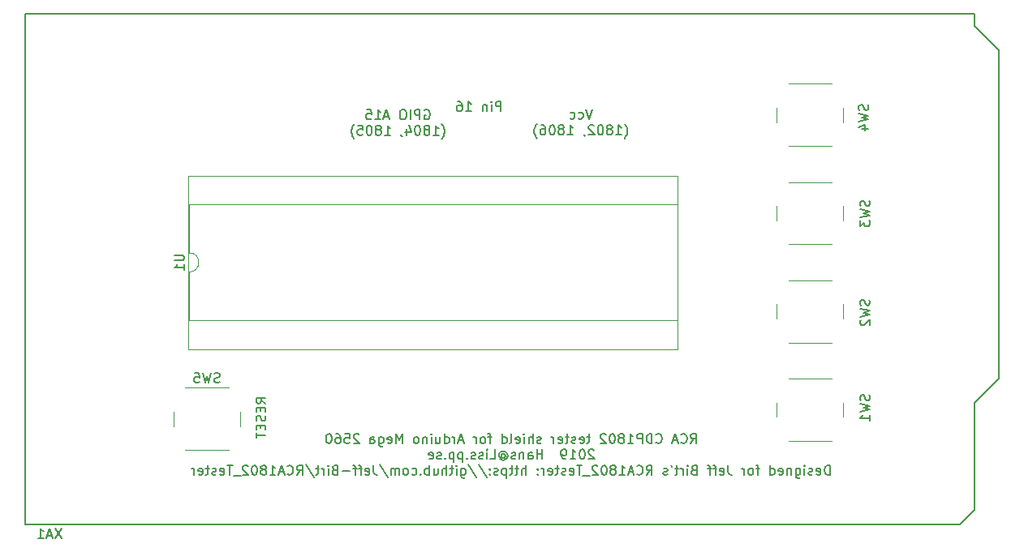
<source format=gbr>
G04 #@! TF.GenerationSoftware,KiCad,Pcbnew,(5.1.5)-2*
G04 #@! TF.CreationDate,2020-03-13T12:58:49+01:00*
G04 #@! TF.ProjectId,CDP1802_Tester,43445031-3830-4325-9f54-65737465722e,rev?*
G04 #@! TF.SameCoordinates,Original*
G04 #@! TF.FileFunction,Legend,Bot*
G04 #@! TF.FilePolarity,Positive*
%FSLAX46Y46*%
G04 Gerber Fmt 4.6, Leading zero omitted, Abs format (unit mm)*
G04 Created by KiCad (PCBNEW (5.1.5)-2) date 2020-03-13 12:58:49*
%MOMM*%
%LPD*%
G04 APERTURE LIST*
%ADD10C,0.150000*%
%ADD11C,0.120000*%
G04 APERTURE END LIST*
D10*
X154750476Y-27827380D02*
X154417142Y-28827380D01*
X154083809Y-27827380D01*
X153321904Y-28779761D02*
X153417142Y-28827380D01*
X153607619Y-28827380D01*
X153702857Y-28779761D01*
X153750476Y-28732142D01*
X153798095Y-28636904D01*
X153798095Y-28351190D01*
X153750476Y-28255952D01*
X153702857Y-28208333D01*
X153607619Y-28160714D01*
X153417142Y-28160714D01*
X153321904Y-28208333D01*
X152464761Y-28779761D02*
X152560000Y-28827380D01*
X152750476Y-28827380D01*
X152845714Y-28779761D01*
X152893333Y-28732142D01*
X152940952Y-28636904D01*
X152940952Y-28351190D01*
X152893333Y-28255952D01*
X152845714Y-28208333D01*
X152750476Y-28160714D01*
X152560000Y-28160714D01*
X152464761Y-28208333D01*
X158131428Y-30858333D02*
X158179047Y-30810714D01*
X158274285Y-30667857D01*
X158321904Y-30572619D01*
X158369523Y-30429761D01*
X158417142Y-30191666D01*
X158417142Y-30001190D01*
X158369523Y-29763095D01*
X158321904Y-29620238D01*
X158274285Y-29525000D01*
X158179047Y-29382142D01*
X158131428Y-29334523D01*
X157226666Y-30477380D02*
X157798095Y-30477380D01*
X157512380Y-30477380D02*
X157512380Y-29477380D01*
X157607619Y-29620238D01*
X157702857Y-29715476D01*
X157798095Y-29763095D01*
X156655238Y-29905952D02*
X156750476Y-29858333D01*
X156798095Y-29810714D01*
X156845714Y-29715476D01*
X156845714Y-29667857D01*
X156798095Y-29572619D01*
X156750476Y-29525000D01*
X156655238Y-29477380D01*
X156464761Y-29477380D01*
X156369523Y-29525000D01*
X156321904Y-29572619D01*
X156274285Y-29667857D01*
X156274285Y-29715476D01*
X156321904Y-29810714D01*
X156369523Y-29858333D01*
X156464761Y-29905952D01*
X156655238Y-29905952D01*
X156750476Y-29953571D01*
X156798095Y-30001190D01*
X156845714Y-30096428D01*
X156845714Y-30286904D01*
X156798095Y-30382142D01*
X156750476Y-30429761D01*
X156655238Y-30477380D01*
X156464761Y-30477380D01*
X156369523Y-30429761D01*
X156321904Y-30382142D01*
X156274285Y-30286904D01*
X156274285Y-30096428D01*
X156321904Y-30001190D01*
X156369523Y-29953571D01*
X156464761Y-29905952D01*
X155655238Y-29477380D02*
X155560000Y-29477380D01*
X155464761Y-29525000D01*
X155417142Y-29572619D01*
X155369523Y-29667857D01*
X155321904Y-29858333D01*
X155321904Y-30096428D01*
X155369523Y-30286904D01*
X155417142Y-30382142D01*
X155464761Y-30429761D01*
X155560000Y-30477380D01*
X155655238Y-30477380D01*
X155750476Y-30429761D01*
X155798095Y-30382142D01*
X155845714Y-30286904D01*
X155893333Y-30096428D01*
X155893333Y-29858333D01*
X155845714Y-29667857D01*
X155798095Y-29572619D01*
X155750476Y-29525000D01*
X155655238Y-29477380D01*
X154940952Y-29572619D02*
X154893333Y-29525000D01*
X154798095Y-29477380D01*
X154560000Y-29477380D01*
X154464761Y-29525000D01*
X154417142Y-29572619D01*
X154369523Y-29667857D01*
X154369523Y-29763095D01*
X154417142Y-29905952D01*
X154988571Y-30477380D01*
X154369523Y-30477380D01*
X153893333Y-30429761D02*
X153893333Y-30477380D01*
X153940952Y-30572619D01*
X153988571Y-30620238D01*
X152179047Y-30477380D02*
X152750476Y-30477380D01*
X152464761Y-30477380D02*
X152464761Y-29477380D01*
X152560000Y-29620238D01*
X152655238Y-29715476D01*
X152750476Y-29763095D01*
X151607619Y-29905952D02*
X151702857Y-29858333D01*
X151750476Y-29810714D01*
X151798095Y-29715476D01*
X151798095Y-29667857D01*
X151750476Y-29572619D01*
X151702857Y-29525000D01*
X151607619Y-29477380D01*
X151417142Y-29477380D01*
X151321904Y-29525000D01*
X151274285Y-29572619D01*
X151226666Y-29667857D01*
X151226666Y-29715476D01*
X151274285Y-29810714D01*
X151321904Y-29858333D01*
X151417142Y-29905952D01*
X151607619Y-29905952D01*
X151702857Y-29953571D01*
X151750476Y-30001190D01*
X151798095Y-30096428D01*
X151798095Y-30286904D01*
X151750476Y-30382142D01*
X151702857Y-30429761D01*
X151607619Y-30477380D01*
X151417142Y-30477380D01*
X151321904Y-30429761D01*
X151274285Y-30382142D01*
X151226666Y-30286904D01*
X151226666Y-30096428D01*
X151274285Y-30001190D01*
X151321904Y-29953571D01*
X151417142Y-29905952D01*
X150607619Y-29477380D02*
X150512380Y-29477380D01*
X150417142Y-29525000D01*
X150369523Y-29572619D01*
X150321904Y-29667857D01*
X150274285Y-29858333D01*
X150274285Y-30096428D01*
X150321904Y-30286904D01*
X150369523Y-30382142D01*
X150417142Y-30429761D01*
X150512380Y-30477380D01*
X150607619Y-30477380D01*
X150702857Y-30429761D01*
X150750476Y-30382142D01*
X150798095Y-30286904D01*
X150845714Y-30096428D01*
X150845714Y-29858333D01*
X150798095Y-29667857D01*
X150750476Y-29572619D01*
X150702857Y-29525000D01*
X150607619Y-29477380D01*
X149417142Y-29477380D02*
X149607619Y-29477380D01*
X149702857Y-29525000D01*
X149750476Y-29572619D01*
X149845714Y-29715476D01*
X149893333Y-29905952D01*
X149893333Y-30286904D01*
X149845714Y-30382142D01*
X149798095Y-30429761D01*
X149702857Y-30477380D01*
X149512380Y-30477380D01*
X149417142Y-30429761D01*
X149369523Y-30382142D01*
X149321904Y-30286904D01*
X149321904Y-30048809D01*
X149369523Y-29953571D01*
X149417142Y-29905952D01*
X149512380Y-29858333D01*
X149702857Y-29858333D01*
X149798095Y-29905952D01*
X149845714Y-29953571D01*
X149893333Y-30048809D01*
X148988571Y-30858333D02*
X148940952Y-30810714D01*
X148845714Y-30667857D01*
X148798095Y-30572619D01*
X148750476Y-30429761D01*
X148702857Y-30191666D01*
X148702857Y-30001190D01*
X148750476Y-29763095D01*
X148798095Y-29620238D01*
X148845714Y-29525000D01*
X148940952Y-29382142D01*
X148988571Y-29334523D01*
X137241904Y-27925000D02*
X137337142Y-27877380D01*
X137480000Y-27877380D01*
X137622857Y-27925000D01*
X137718095Y-28020238D01*
X137765714Y-28115476D01*
X137813333Y-28305952D01*
X137813333Y-28448809D01*
X137765714Y-28639285D01*
X137718095Y-28734523D01*
X137622857Y-28829761D01*
X137480000Y-28877380D01*
X137384761Y-28877380D01*
X137241904Y-28829761D01*
X137194285Y-28782142D01*
X137194285Y-28448809D01*
X137384761Y-28448809D01*
X136765714Y-28877380D02*
X136765714Y-27877380D01*
X136384761Y-27877380D01*
X136289523Y-27925000D01*
X136241904Y-27972619D01*
X136194285Y-28067857D01*
X136194285Y-28210714D01*
X136241904Y-28305952D01*
X136289523Y-28353571D01*
X136384761Y-28401190D01*
X136765714Y-28401190D01*
X135765714Y-28877380D02*
X135765714Y-27877380D01*
X135099047Y-27877380D02*
X134908571Y-27877380D01*
X134813333Y-27925000D01*
X134718095Y-28020238D01*
X134670476Y-28210714D01*
X134670476Y-28544047D01*
X134718095Y-28734523D01*
X134813333Y-28829761D01*
X134908571Y-28877380D01*
X135099047Y-28877380D01*
X135194285Y-28829761D01*
X135289523Y-28734523D01*
X135337142Y-28544047D01*
X135337142Y-28210714D01*
X135289523Y-28020238D01*
X135194285Y-27925000D01*
X135099047Y-27877380D01*
X133527619Y-28591666D02*
X133051428Y-28591666D01*
X133622857Y-28877380D02*
X133289523Y-27877380D01*
X132956190Y-28877380D01*
X132099047Y-28877380D02*
X132670476Y-28877380D01*
X132384761Y-28877380D02*
X132384761Y-27877380D01*
X132480000Y-28020238D01*
X132575238Y-28115476D01*
X132670476Y-28163095D01*
X131194285Y-27877380D02*
X131670476Y-27877380D01*
X131718095Y-28353571D01*
X131670476Y-28305952D01*
X131575238Y-28258333D01*
X131337142Y-28258333D01*
X131241904Y-28305952D01*
X131194285Y-28353571D01*
X131146666Y-28448809D01*
X131146666Y-28686904D01*
X131194285Y-28782142D01*
X131241904Y-28829761D01*
X131337142Y-28877380D01*
X131575238Y-28877380D01*
X131670476Y-28829761D01*
X131718095Y-28782142D01*
X139051428Y-30908333D02*
X139099047Y-30860714D01*
X139194285Y-30717857D01*
X139241904Y-30622619D01*
X139289523Y-30479761D01*
X139337142Y-30241666D01*
X139337142Y-30051190D01*
X139289523Y-29813095D01*
X139241904Y-29670238D01*
X139194285Y-29575000D01*
X139099047Y-29432142D01*
X139051428Y-29384523D01*
X138146666Y-30527380D02*
X138718095Y-30527380D01*
X138432380Y-30527380D02*
X138432380Y-29527380D01*
X138527619Y-29670238D01*
X138622857Y-29765476D01*
X138718095Y-29813095D01*
X137575238Y-29955952D02*
X137670476Y-29908333D01*
X137718095Y-29860714D01*
X137765714Y-29765476D01*
X137765714Y-29717857D01*
X137718095Y-29622619D01*
X137670476Y-29575000D01*
X137575238Y-29527380D01*
X137384761Y-29527380D01*
X137289523Y-29575000D01*
X137241904Y-29622619D01*
X137194285Y-29717857D01*
X137194285Y-29765476D01*
X137241904Y-29860714D01*
X137289523Y-29908333D01*
X137384761Y-29955952D01*
X137575238Y-29955952D01*
X137670476Y-30003571D01*
X137718095Y-30051190D01*
X137765714Y-30146428D01*
X137765714Y-30336904D01*
X137718095Y-30432142D01*
X137670476Y-30479761D01*
X137575238Y-30527380D01*
X137384761Y-30527380D01*
X137289523Y-30479761D01*
X137241904Y-30432142D01*
X137194285Y-30336904D01*
X137194285Y-30146428D01*
X137241904Y-30051190D01*
X137289523Y-30003571D01*
X137384761Y-29955952D01*
X136575238Y-29527380D02*
X136480000Y-29527380D01*
X136384761Y-29575000D01*
X136337142Y-29622619D01*
X136289523Y-29717857D01*
X136241904Y-29908333D01*
X136241904Y-30146428D01*
X136289523Y-30336904D01*
X136337142Y-30432142D01*
X136384761Y-30479761D01*
X136480000Y-30527380D01*
X136575238Y-30527380D01*
X136670476Y-30479761D01*
X136718095Y-30432142D01*
X136765714Y-30336904D01*
X136813333Y-30146428D01*
X136813333Y-29908333D01*
X136765714Y-29717857D01*
X136718095Y-29622619D01*
X136670476Y-29575000D01*
X136575238Y-29527380D01*
X135384761Y-29860714D02*
X135384761Y-30527380D01*
X135622857Y-29479761D02*
X135860952Y-30194047D01*
X135241904Y-30194047D01*
X134813333Y-30479761D02*
X134813333Y-30527380D01*
X134860952Y-30622619D01*
X134908571Y-30670238D01*
X133099047Y-30527380D02*
X133670476Y-30527380D01*
X133384761Y-30527380D02*
X133384761Y-29527380D01*
X133480000Y-29670238D01*
X133575238Y-29765476D01*
X133670476Y-29813095D01*
X132527619Y-29955952D02*
X132622857Y-29908333D01*
X132670476Y-29860714D01*
X132718095Y-29765476D01*
X132718095Y-29717857D01*
X132670476Y-29622619D01*
X132622857Y-29575000D01*
X132527619Y-29527380D01*
X132337142Y-29527380D01*
X132241904Y-29575000D01*
X132194285Y-29622619D01*
X132146666Y-29717857D01*
X132146666Y-29765476D01*
X132194285Y-29860714D01*
X132241904Y-29908333D01*
X132337142Y-29955952D01*
X132527619Y-29955952D01*
X132622857Y-30003571D01*
X132670476Y-30051190D01*
X132718095Y-30146428D01*
X132718095Y-30336904D01*
X132670476Y-30432142D01*
X132622857Y-30479761D01*
X132527619Y-30527380D01*
X132337142Y-30527380D01*
X132241904Y-30479761D01*
X132194285Y-30432142D01*
X132146666Y-30336904D01*
X132146666Y-30146428D01*
X132194285Y-30051190D01*
X132241904Y-30003571D01*
X132337142Y-29955952D01*
X131527619Y-29527380D02*
X131432380Y-29527380D01*
X131337142Y-29575000D01*
X131289523Y-29622619D01*
X131241904Y-29717857D01*
X131194285Y-29908333D01*
X131194285Y-30146428D01*
X131241904Y-30336904D01*
X131289523Y-30432142D01*
X131337142Y-30479761D01*
X131432380Y-30527380D01*
X131527619Y-30527380D01*
X131622857Y-30479761D01*
X131670476Y-30432142D01*
X131718095Y-30336904D01*
X131765714Y-30146428D01*
X131765714Y-29908333D01*
X131718095Y-29717857D01*
X131670476Y-29622619D01*
X131622857Y-29575000D01*
X131527619Y-29527380D01*
X130289523Y-29527380D02*
X130765714Y-29527380D01*
X130813333Y-30003571D01*
X130765714Y-29955952D01*
X130670476Y-29908333D01*
X130432380Y-29908333D01*
X130337142Y-29955952D01*
X130289523Y-30003571D01*
X130241904Y-30098809D01*
X130241904Y-30336904D01*
X130289523Y-30432142D01*
X130337142Y-30479761D01*
X130432380Y-30527380D01*
X130670476Y-30527380D01*
X130765714Y-30479761D01*
X130813333Y-30432142D01*
X129908571Y-30908333D02*
X129860952Y-30860714D01*
X129765714Y-30717857D01*
X129718095Y-30622619D01*
X129670476Y-30479761D01*
X129622857Y-30241666D01*
X129622857Y-30051190D01*
X129670476Y-29813095D01*
X129718095Y-29670238D01*
X129765714Y-29575000D01*
X129860952Y-29432142D01*
X129908571Y-29384523D01*
X145225714Y-28022380D02*
X145225714Y-27022380D01*
X144844761Y-27022380D01*
X144749523Y-27070000D01*
X144701904Y-27117619D01*
X144654285Y-27212857D01*
X144654285Y-27355714D01*
X144701904Y-27450952D01*
X144749523Y-27498571D01*
X144844761Y-27546190D01*
X145225714Y-27546190D01*
X144225714Y-28022380D02*
X144225714Y-27355714D01*
X144225714Y-27022380D02*
X144273333Y-27070000D01*
X144225714Y-27117619D01*
X144178095Y-27070000D01*
X144225714Y-27022380D01*
X144225714Y-27117619D01*
X143749523Y-27355714D02*
X143749523Y-28022380D01*
X143749523Y-27450952D02*
X143701904Y-27403333D01*
X143606666Y-27355714D01*
X143463809Y-27355714D01*
X143368571Y-27403333D01*
X143320952Y-27498571D01*
X143320952Y-28022380D01*
X141559047Y-28022380D02*
X142130476Y-28022380D01*
X141844761Y-28022380D02*
X141844761Y-27022380D01*
X141940000Y-27165238D01*
X142035238Y-27260476D01*
X142130476Y-27308095D01*
X140701904Y-27022380D02*
X140892380Y-27022380D01*
X140987619Y-27070000D01*
X141035238Y-27117619D01*
X141130476Y-27260476D01*
X141178095Y-27450952D01*
X141178095Y-27831904D01*
X141130476Y-27927142D01*
X141082857Y-27974761D01*
X140987619Y-28022380D01*
X140797142Y-28022380D01*
X140701904Y-27974761D01*
X140654285Y-27927142D01*
X140606666Y-27831904D01*
X140606666Y-27593809D01*
X140654285Y-27498571D01*
X140701904Y-27450952D01*
X140797142Y-27403333D01*
X140987619Y-27403333D01*
X141082857Y-27450952D01*
X141130476Y-27498571D01*
X141178095Y-27593809D01*
X120672380Y-58537619D02*
X120196190Y-58204285D01*
X120672380Y-57966190D02*
X119672380Y-57966190D01*
X119672380Y-58347142D01*
X119720000Y-58442380D01*
X119767619Y-58490000D01*
X119862857Y-58537619D01*
X120005714Y-58537619D01*
X120100952Y-58490000D01*
X120148571Y-58442380D01*
X120196190Y-58347142D01*
X120196190Y-57966190D01*
X120148571Y-58966190D02*
X120148571Y-59299523D01*
X120672380Y-59442380D02*
X120672380Y-58966190D01*
X119672380Y-58966190D01*
X119672380Y-59442380D01*
X120624761Y-59823333D02*
X120672380Y-59966190D01*
X120672380Y-60204285D01*
X120624761Y-60299523D01*
X120577142Y-60347142D01*
X120481904Y-60394761D01*
X120386666Y-60394761D01*
X120291428Y-60347142D01*
X120243809Y-60299523D01*
X120196190Y-60204285D01*
X120148571Y-60013809D01*
X120100952Y-59918571D01*
X120053333Y-59870952D01*
X119958095Y-59823333D01*
X119862857Y-59823333D01*
X119767619Y-59870952D01*
X119720000Y-59918571D01*
X119672380Y-60013809D01*
X119672380Y-60251904D01*
X119720000Y-60394761D01*
X120148571Y-60823333D02*
X120148571Y-61156666D01*
X120672380Y-61299523D02*
X120672380Y-60823333D01*
X119672380Y-60823333D01*
X119672380Y-61299523D01*
X119672380Y-61585238D02*
X119672380Y-62156666D01*
X120672380Y-61870952D02*
X119672380Y-61870952D01*
X165024285Y-62712380D02*
X165357619Y-62236190D01*
X165595714Y-62712380D02*
X165595714Y-61712380D01*
X165214761Y-61712380D01*
X165119523Y-61760000D01*
X165071904Y-61807619D01*
X165024285Y-61902857D01*
X165024285Y-62045714D01*
X165071904Y-62140952D01*
X165119523Y-62188571D01*
X165214761Y-62236190D01*
X165595714Y-62236190D01*
X164024285Y-62617142D02*
X164071904Y-62664761D01*
X164214761Y-62712380D01*
X164310000Y-62712380D01*
X164452857Y-62664761D01*
X164548095Y-62569523D01*
X164595714Y-62474285D01*
X164643333Y-62283809D01*
X164643333Y-62140952D01*
X164595714Y-61950476D01*
X164548095Y-61855238D01*
X164452857Y-61760000D01*
X164310000Y-61712380D01*
X164214761Y-61712380D01*
X164071904Y-61760000D01*
X164024285Y-61807619D01*
X163643333Y-62426666D02*
X163167142Y-62426666D01*
X163738571Y-62712380D02*
X163405238Y-61712380D01*
X163071904Y-62712380D01*
X161405238Y-62617142D02*
X161452857Y-62664761D01*
X161595714Y-62712380D01*
X161690952Y-62712380D01*
X161833809Y-62664761D01*
X161929047Y-62569523D01*
X161976666Y-62474285D01*
X162024285Y-62283809D01*
X162024285Y-62140952D01*
X161976666Y-61950476D01*
X161929047Y-61855238D01*
X161833809Y-61760000D01*
X161690952Y-61712380D01*
X161595714Y-61712380D01*
X161452857Y-61760000D01*
X161405238Y-61807619D01*
X160976666Y-62712380D02*
X160976666Y-61712380D01*
X160738571Y-61712380D01*
X160595714Y-61760000D01*
X160500476Y-61855238D01*
X160452857Y-61950476D01*
X160405238Y-62140952D01*
X160405238Y-62283809D01*
X160452857Y-62474285D01*
X160500476Y-62569523D01*
X160595714Y-62664761D01*
X160738571Y-62712380D01*
X160976666Y-62712380D01*
X159976666Y-62712380D02*
X159976666Y-61712380D01*
X159595714Y-61712380D01*
X159500476Y-61760000D01*
X159452857Y-61807619D01*
X159405238Y-61902857D01*
X159405238Y-62045714D01*
X159452857Y-62140952D01*
X159500476Y-62188571D01*
X159595714Y-62236190D01*
X159976666Y-62236190D01*
X158452857Y-62712380D02*
X159024285Y-62712380D01*
X158738571Y-62712380D02*
X158738571Y-61712380D01*
X158833809Y-61855238D01*
X158929047Y-61950476D01*
X159024285Y-61998095D01*
X157881428Y-62140952D02*
X157976666Y-62093333D01*
X158024285Y-62045714D01*
X158071904Y-61950476D01*
X158071904Y-61902857D01*
X158024285Y-61807619D01*
X157976666Y-61760000D01*
X157881428Y-61712380D01*
X157690952Y-61712380D01*
X157595714Y-61760000D01*
X157548095Y-61807619D01*
X157500476Y-61902857D01*
X157500476Y-61950476D01*
X157548095Y-62045714D01*
X157595714Y-62093333D01*
X157690952Y-62140952D01*
X157881428Y-62140952D01*
X157976666Y-62188571D01*
X158024285Y-62236190D01*
X158071904Y-62331428D01*
X158071904Y-62521904D01*
X158024285Y-62617142D01*
X157976666Y-62664761D01*
X157881428Y-62712380D01*
X157690952Y-62712380D01*
X157595714Y-62664761D01*
X157548095Y-62617142D01*
X157500476Y-62521904D01*
X157500476Y-62331428D01*
X157548095Y-62236190D01*
X157595714Y-62188571D01*
X157690952Y-62140952D01*
X156881428Y-61712380D02*
X156786190Y-61712380D01*
X156690952Y-61760000D01*
X156643333Y-61807619D01*
X156595714Y-61902857D01*
X156548095Y-62093333D01*
X156548095Y-62331428D01*
X156595714Y-62521904D01*
X156643333Y-62617142D01*
X156690952Y-62664761D01*
X156786190Y-62712380D01*
X156881428Y-62712380D01*
X156976666Y-62664761D01*
X157024285Y-62617142D01*
X157071904Y-62521904D01*
X157119523Y-62331428D01*
X157119523Y-62093333D01*
X157071904Y-61902857D01*
X157024285Y-61807619D01*
X156976666Y-61760000D01*
X156881428Y-61712380D01*
X156167142Y-61807619D02*
X156119523Y-61760000D01*
X156024285Y-61712380D01*
X155786190Y-61712380D01*
X155690952Y-61760000D01*
X155643333Y-61807619D01*
X155595714Y-61902857D01*
X155595714Y-61998095D01*
X155643333Y-62140952D01*
X156214761Y-62712380D01*
X155595714Y-62712380D01*
X154548095Y-62045714D02*
X154167142Y-62045714D01*
X154405238Y-61712380D02*
X154405238Y-62569523D01*
X154357619Y-62664761D01*
X154262380Y-62712380D01*
X154167142Y-62712380D01*
X153452857Y-62664761D02*
X153548095Y-62712380D01*
X153738571Y-62712380D01*
X153833809Y-62664761D01*
X153881428Y-62569523D01*
X153881428Y-62188571D01*
X153833809Y-62093333D01*
X153738571Y-62045714D01*
X153548095Y-62045714D01*
X153452857Y-62093333D01*
X153405238Y-62188571D01*
X153405238Y-62283809D01*
X153881428Y-62379047D01*
X153024285Y-62664761D02*
X152929047Y-62712380D01*
X152738571Y-62712380D01*
X152643333Y-62664761D01*
X152595714Y-62569523D01*
X152595714Y-62521904D01*
X152643333Y-62426666D01*
X152738571Y-62379047D01*
X152881428Y-62379047D01*
X152976666Y-62331428D01*
X153024285Y-62236190D01*
X153024285Y-62188571D01*
X152976666Y-62093333D01*
X152881428Y-62045714D01*
X152738571Y-62045714D01*
X152643333Y-62093333D01*
X152310000Y-62045714D02*
X151929047Y-62045714D01*
X152167142Y-61712380D02*
X152167142Y-62569523D01*
X152119523Y-62664761D01*
X152024285Y-62712380D01*
X151929047Y-62712380D01*
X151214761Y-62664761D02*
X151310000Y-62712380D01*
X151500476Y-62712380D01*
X151595714Y-62664761D01*
X151643333Y-62569523D01*
X151643333Y-62188571D01*
X151595714Y-62093333D01*
X151500476Y-62045714D01*
X151310000Y-62045714D01*
X151214761Y-62093333D01*
X151167142Y-62188571D01*
X151167142Y-62283809D01*
X151643333Y-62379047D01*
X150738571Y-62712380D02*
X150738571Y-62045714D01*
X150738571Y-62236190D02*
X150690952Y-62140952D01*
X150643333Y-62093333D01*
X150548095Y-62045714D01*
X150452857Y-62045714D01*
X149405238Y-62664761D02*
X149310000Y-62712380D01*
X149119523Y-62712380D01*
X149024285Y-62664761D01*
X148976666Y-62569523D01*
X148976666Y-62521904D01*
X149024285Y-62426666D01*
X149119523Y-62379047D01*
X149262380Y-62379047D01*
X149357619Y-62331428D01*
X149405238Y-62236190D01*
X149405238Y-62188571D01*
X149357619Y-62093333D01*
X149262380Y-62045714D01*
X149119523Y-62045714D01*
X149024285Y-62093333D01*
X148548095Y-62712380D02*
X148548095Y-61712380D01*
X148119523Y-62712380D02*
X148119523Y-62188571D01*
X148167142Y-62093333D01*
X148262380Y-62045714D01*
X148405238Y-62045714D01*
X148500476Y-62093333D01*
X148548095Y-62140952D01*
X147643333Y-62712380D02*
X147643333Y-62045714D01*
X147643333Y-61712380D02*
X147690952Y-61760000D01*
X147643333Y-61807619D01*
X147595714Y-61760000D01*
X147643333Y-61712380D01*
X147643333Y-61807619D01*
X146786190Y-62664761D02*
X146881428Y-62712380D01*
X147071904Y-62712380D01*
X147167142Y-62664761D01*
X147214761Y-62569523D01*
X147214761Y-62188571D01*
X147167142Y-62093333D01*
X147071904Y-62045714D01*
X146881428Y-62045714D01*
X146786190Y-62093333D01*
X146738571Y-62188571D01*
X146738571Y-62283809D01*
X147214761Y-62379047D01*
X146167142Y-62712380D02*
X146262380Y-62664761D01*
X146310000Y-62569523D01*
X146310000Y-61712380D01*
X145357619Y-62712380D02*
X145357619Y-61712380D01*
X145357619Y-62664761D02*
X145452857Y-62712380D01*
X145643333Y-62712380D01*
X145738571Y-62664761D01*
X145786190Y-62617142D01*
X145833809Y-62521904D01*
X145833809Y-62236190D01*
X145786190Y-62140952D01*
X145738571Y-62093333D01*
X145643333Y-62045714D01*
X145452857Y-62045714D01*
X145357619Y-62093333D01*
X144262380Y-62045714D02*
X143881428Y-62045714D01*
X144119523Y-62712380D02*
X144119523Y-61855238D01*
X144071904Y-61760000D01*
X143976666Y-61712380D01*
X143881428Y-61712380D01*
X143405238Y-62712380D02*
X143500476Y-62664761D01*
X143548095Y-62617142D01*
X143595714Y-62521904D01*
X143595714Y-62236190D01*
X143548095Y-62140952D01*
X143500476Y-62093333D01*
X143405238Y-62045714D01*
X143262380Y-62045714D01*
X143167142Y-62093333D01*
X143119523Y-62140952D01*
X143071904Y-62236190D01*
X143071904Y-62521904D01*
X143119523Y-62617142D01*
X143167142Y-62664761D01*
X143262380Y-62712380D01*
X143405238Y-62712380D01*
X142643333Y-62712380D02*
X142643333Y-62045714D01*
X142643333Y-62236190D02*
X142595714Y-62140952D01*
X142548095Y-62093333D01*
X142452857Y-62045714D01*
X142357619Y-62045714D01*
X141310000Y-62426666D02*
X140833809Y-62426666D01*
X141405238Y-62712380D02*
X141071904Y-61712380D01*
X140738571Y-62712380D01*
X140405238Y-62712380D02*
X140405238Y-62045714D01*
X140405238Y-62236190D02*
X140357619Y-62140952D01*
X140310000Y-62093333D01*
X140214761Y-62045714D01*
X140119523Y-62045714D01*
X139357619Y-62712380D02*
X139357619Y-61712380D01*
X139357619Y-62664761D02*
X139452857Y-62712380D01*
X139643333Y-62712380D01*
X139738571Y-62664761D01*
X139786190Y-62617142D01*
X139833809Y-62521904D01*
X139833809Y-62236190D01*
X139786190Y-62140952D01*
X139738571Y-62093333D01*
X139643333Y-62045714D01*
X139452857Y-62045714D01*
X139357619Y-62093333D01*
X138452857Y-62045714D02*
X138452857Y-62712380D01*
X138881428Y-62045714D02*
X138881428Y-62569523D01*
X138833809Y-62664761D01*
X138738571Y-62712380D01*
X138595714Y-62712380D01*
X138500476Y-62664761D01*
X138452857Y-62617142D01*
X137976666Y-62712380D02*
X137976666Y-62045714D01*
X137976666Y-61712380D02*
X138024285Y-61760000D01*
X137976666Y-61807619D01*
X137929047Y-61760000D01*
X137976666Y-61712380D01*
X137976666Y-61807619D01*
X137500476Y-62045714D02*
X137500476Y-62712380D01*
X137500476Y-62140952D02*
X137452857Y-62093333D01*
X137357619Y-62045714D01*
X137214761Y-62045714D01*
X137119523Y-62093333D01*
X137071904Y-62188571D01*
X137071904Y-62712380D01*
X136452857Y-62712380D02*
X136548095Y-62664761D01*
X136595714Y-62617142D01*
X136643333Y-62521904D01*
X136643333Y-62236190D01*
X136595714Y-62140952D01*
X136548095Y-62093333D01*
X136452857Y-62045714D01*
X136310000Y-62045714D01*
X136214761Y-62093333D01*
X136167142Y-62140952D01*
X136119523Y-62236190D01*
X136119523Y-62521904D01*
X136167142Y-62617142D01*
X136214761Y-62664761D01*
X136310000Y-62712380D01*
X136452857Y-62712380D01*
X134929047Y-62712380D02*
X134929047Y-61712380D01*
X134595714Y-62426666D01*
X134262380Y-61712380D01*
X134262380Y-62712380D01*
X133405238Y-62664761D02*
X133500476Y-62712380D01*
X133690952Y-62712380D01*
X133786190Y-62664761D01*
X133833809Y-62569523D01*
X133833809Y-62188571D01*
X133786190Y-62093333D01*
X133690952Y-62045714D01*
X133500476Y-62045714D01*
X133405238Y-62093333D01*
X133357619Y-62188571D01*
X133357619Y-62283809D01*
X133833809Y-62379047D01*
X132500476Y-62045714D02*
X132500476Y-62855238D01*
X132548095Y-62950476D01*
X132595714Y-62998095D01*
X132690952Y-63045714D01*
X132833809Y-63045714D01*
X132929047Y-62998095D01*
X132500476Y-62664761D02*
X132595714Y-62712380D01*
X132786190Y-62712380D01*
X132881428Y-62664761D01*
X132929047Y-62617142D01*
X132976666Y-62521904D01*
X132976666Y-62236190D01*
X132929047Y-62140952D01*
X132881428Y-62093333D01*
X132786190Y-62045714D01*
X132595714Y-62045714D01*
X132500476Y-62093333D01*
X131595714Y-62712380D02*
X131595714Y-62188571D01*
X131643333Y-62093333D01*
X131738571Y-62045714D01*
X131929047Y-62045714D01*
X132024285Y-62093333D01*
X131595714Y-62664761D02*
X131690952Y-62712380D01*
X131929047Y-62712380D01*
X132024285Y-62664761D01*
X132071904Y-62569523D01*
X132071904Y-62474285D01*
X132024285Y-62379047D01*
X131929047Y-62331428D01*
X131690952Y-62331428D01*
X131595714Y-62283809D01*
X130405238Y-61807619D02*
X130357619Y-61760000D01*
X130262380Y-61712380D01*
X130024285Y-61712380D01*
X129929047Y-61760000D01*
X129881428Y-61807619D01*
X129833809Y-61902857D01*
X129833809Y-61998095D01*
X129881428Y-62140952D01*
X130452857Y-62712380D01*
X129833809Y-62712380D01*
X128929047Y-61712380D02*
X129405238Y-61712380D01*
X129452857Y-62188571D01*
X129405238Y-62140952D01*
X129310000Y-62093333D01*
X129071904Y-62093333D01*
X128976666Y-62140952D01*
X128929047Y-62188571D01*
X128881428Y-62283809D01*
X128881428Y-62521904D01*
X128929047Y-62617142D01*
X128976666Y-62664761D01*
X129071904Y-62712380D01*
X129310000Y-62712380D01*
X129405238Y-62664761D01*
X129452857Y-62617142D01*
X128024285Y-61712380D02*
X128214761Y-61712380D01*
X128310000Y-61760000D01*
X128357619Y-61807619D01*
X128452857Y-61950476D01*
X128500476Y-62140952D01*
X128500476Y-62521904D01*
X128452857Y-62617142D01*
X128405238Y-62664761D01*
X128310000Y-62712380D01*
X128119523Y-62712380D01*
X128024285Y-62664761D01*
X127976666Y-62617142D01*
X127929047Y-62521904D01*
X127929047Y-62283809D01*
X127976666Y-62188571D01*
X128024285Y-62140952D01*
X128119523Y-62093333D01*
X128310000Y-62093333D01*
X128405238Y-62140952D01*
X128452857Y-62188571D01*
X128500476Y-62283809D01*
X127310000Y-61712380D02*
X127214761Y-61712380D01*
X127119523Y-61760000D01*
X127071904Y-61807619D01*
X127024285Y-61902857D01*
X126976666Y-62093333D01*
X126976666Y-62331428D01*
X127024285Y-62521904D01*
X127071904Y-62617142D01*
X127119523Y-62664761D01*
X127214761Y-62712380D01*
X127310000Y-62712380D01*
X127405238Y-62664761D01*
X127452857Y-62617142D01*
X127500476Y-62521904D01*
X127548095Y-62331428D01*
X127548095Y-62093333D01*
X127500476Y-61902857D01*
X127452857Y-61807619D01*
X127405238Y-61760000D01*
X127310000Y-61712380D01*
X154929047Y-63457619D02*
X154881428Y-63410000D01*
X154786190Y-63362380D01*
X154548095Y-63362380D01*
X154452857Y-63410000D01*
X154405238Y-63457619D01*
X154357619Y-63552857D01*
X154357619Y-63648095D01*
X154405238Y-63790952D01*
X154976666Y-64362380D01*
X154357619Y-64362380D01*
X153738571Y-63362380D02*
X153643333Y-63362380D01*
X153548095Y-63410000D01*
X153500476Y-63457619D01*
X153452857Y-63552857D01*
X153405238Y-63743333D01*
X153405238Y-63981428D01*
X153452857Y-64171904D01*
X153500476Y-64267142D01*
X153548095Y-64314761D01*
X153643333Y-64362380D01*
X153738571Y-64362380D01*
X153833809Y-64314761D01*
X153881428Y-64267142D01*
X153929047Y-64171904D01*
X153976666Y-63981428D01*
X153976666Y-63743333D01*
X153929047Y-63552857D01*
X153881428Y-63457619D01*
X153833809Y-63410000D01*
X153738571Y-63362380D01*
X152452857Y-64362380D02*
X153024285Y-64362380D01*
X152738571Y-64362380D02*
X152738571Y-63362380D01*
X152833809Y-63505238D01*
X152929047Y-63600476D01*
X153024285Y-63648095D01*
X151976666Y-64362380D02*
X151786190Y-64362380D01*
X151690952Y-64314761D01*
X151643333Y-64267142D01*
X151548095Y-64124285D01*
X151500476Y-63933809D01*
X151500476Y-63552857D01*
X151548095Y-63457619D01*
X151595714Y-63410000D01*
X151690952Y-63362380D01*
X151881428Y-63362380D01*
X151976666Y-63410000D01*
X152024285Y-63457619D01*
X152071904Y-63552857D01*
X152071904Y-63790952D01*
X152024285Y-63886190D01*
X151976666Y-63933809D01*
X151881428Y-63981428D01*
X151690952Y-63981428D01*
X151595714Y-63933809D01*
X151548095Y-63886190D01*
X151500476Y-63790952D01*
X149548095Y-64362380D02*
X149548095Y-63362380D01*
X149548095Y-63838571D02*
X148976666Y-63838571D01*
X148976666Y-64362380D02*
X148976666Y-63362380D01*
X148071904Y-64362380D02*
X148071904Y-63838571D01*
X148119523Y-63743333D01*
X148214761Y-63695714D01*
X148405238Y-63695714D01*
X148500476Y-63743333D01*
X148071904Y-64314761D02*
X148167142Y-64362380D01*
X148405238Y-64362380D01*
X148500476Y-64314761D01*
X148548095Y-64219523D01*
X148548095Y-64124285D01*
X148500476Y-64029047D01*
X148405238Y-63981428D01*
X148167142Y-63981428D01*
X148071904Y-63933809D01*
X147595714Y-63695714D02*
X147595714Y-64362380D01*
X147595714Y-63790952D02*
X147548095Y-63743333D01*
X147452857Y-63695714D01*
X147310000Y-63695714D01*
X147214761Y-63743333D01*
X147167142Y-63838571D01*
X147167142Y-64362380D01*
X146738571Y-64314761D02*
X146643333Y-64362380D01*
X146452857Y-64362380D01*
X146357619Y-64314761D01*
X146310000Y-64219523D01*
X146310000Y-64171904D01*
X146357619Y-64076666D01*
X146452857Y-64029047D01*
X146595714Y-64029047D01*
X146690952Y-63981428D01*
X146738571Y-63886190D01*
X146738571Y-63838571D01*
X146690952Y-63743333D01*
X146595714Y-63695714D01*
X146452857Y-63695714D01*
X146357619Y-63743333D01*
X145262380Y-63886190D02*
X145310000Y-63838571D01*
X145405238Y-63790952D01*
X145500476Y-63790952D01*
X145595714Y-63838571D01*
X145643333Y-63886190D01*
X145690952Y-63981428D01*
X145690952Y-64076666D01*
X145643333Y-64171904D01*
X145595714Y-64219523D01*
X145500476Y-64267142D01*
X145405238Y-64267142D01*
X145310000Y-64219523D01*
X145262380Y-64171904D01*
X145262380Y-63790952D02*
X145262380Y-64171904D01*
X145214761Y-64219523D01*
X145167142Y-64219523D01*
X145071904Y-64171904D01*
X145024285Y-64076666D01*
X145024285Y-63838571D01*
X145119523Y-63695714D01*
X145262380Y-63600476D01*
X145452857Y-63552857D01*
X145643333Y-63600476D01*
X145786190Y-63695714D01*
X145881428Y-63838571D01*
X145929047Y-64029047D01*
X145881428Y-64219523D01*
X145786190Y-64362380D01*
X145643333Y-64457619D01*
X145452857Y-64505238D01*
X145262380Y-64457619D01*
X145119523Y-64362380D01*
X144119523Y-64362380D02*
X144595714Y-64362380D01*
X144595714Y-63362380D01*
X143786190Y-64362380D02*
X143786190Y-63695714D01*
X143786190Y-63362380D02*
X143833809Y-63410000D01*
X143786190Y-63457619D01*
X143738571Y-63410000D01*
X143786190Y-63362380D01*
X143786190Y-63457619D01*
X143357619Y-64314761D02*
X143262380Y-64362380D01*
X143071904Y-64362380D01*
X142976666Y-64314761D01*
X142929047Y-64219523D01*
X142929047Y-64171904D01*
X142976666Y-64076666D01*
X143071904Y-64029047D01*
X143214761Y-64029047D01*
X143310000Y-63981428D01*
X143357619Y-63886190D01*
X143357619Y-63838571D01*
X143310000Y-63743333D01*
X143214761Y-63695714D01*
X143071904Y-63695714D01*
X142976666Y-63743333D01*
X142548095Y-64314761D02*
X142452857Y-64362380D01*
X142262380Y-64362380D01*
X142167142Y-64314761D01*
X142119523Y-64219523D01*
X142119523Y-64171904D01*
X142167142Y-64076666D01*
X142262380Y-64029047D01*
X142405238Y-64029047D01*
X142500476Y-63981428D01*
X142548095Y-63886190D01*
X142548095Y-63838571D01*
X142500476Y-63743333D01*
X142405238Y-63695714D01*
X142262380Y-63695714D01*
X142167142Y-63743333D01*
X141690952Y-64267142D02*
X141643333Y-64314761D01*
X141690952Y-64362380D01*
X141738571Y-64314761D01*
X141690952Y-64267142D01*
X141690952Y-64362380D01*
X141214761Y-63695714D02*
X141214761Y-64695714D01*
X141214761Y-63743333D02*
X141119523Y-63695714D01*
X140929047Y-63695714D01*
X140833809Y-63743333D01*
X140786190Y-63790952D01*
X140738571Y-63886190D01*
X140738571Y-64171904D01*
X140786190Y-64267142D01*
X140833809Y-64314761D01*
X140929047Y-64362380D01*
X141119523Y-64362380D01*
X141214761Y-64314761D01*
X140310000Y-63695714D02*
X140310000Y-64695714D01*
X140310000Y-63743333D02*
X140214761Y-63695714D01*
X140024285Y-63695714D01*
X139929047Y-63743333D01*
X139881428Y-63790952D01*
X139833809Y-63886190D01*
X139833809Y-64171904D01*
X139881428Y-64267142D01*
X139929047Y-64314761D01*
X140024285Y-64362380D01*
X140214761Y-64362380D01*
X140310000Y-64314761D01*
X139405238Y-64267142D02*
X139357619Y-64314761D01*
X139405238Y-64362380D01*
X139452857Y-64314761D01*
X139405238Y-64267142D01*
X139405238Y-64362380D01*
X138976666Y-64314761D02*
X138881428Y-64362380D01*
X138690952Y-64362380D01*
X138595714Y-64314761D01*
X138548095Y-64219523D01*
X138548095Y-64171904D01*
X138595714Y-64076666D01*
X138690952Y-64029047D01*
X138833809Y-64029047D01*
X138929047Y-63981428D01*
X138976666Y-63886190D01*
X138976666Y-63838571D01*
X138929047Y-63743333D01*
X138833809Y-63695714D01*
X138690952Y-63695714D01*
X138595714Y-63743333D01*
X137738571Y-64314761D02*
X137833809Y-64362380D01*
X138024285Y-64362380D01*
X138119523Y-64314761D01*
X138167142Y-64219523D01*
X138167142Y-63838571D01*
X138119523Y-63743333D01*
X138024285Y-63695714D01*
X137833809Y-63695714D01*
X137738571Y-63743333D01*
X137690952Y-63838571D01*
X137690952Y-63933809D01*
X138167142Y-64029047D01*
X179548095Y-66012380D02*
X179548095Y-65012380D01*
X179310000Y-65012380D01*
X179167142Y-65060000D01*
X179071904Y-65155238D01*
X179024285Y-65250476D01*
X178976666Y-65440952D01*
X178976666Y-65583809D01*
X179024285Y-65774285D01*
X179071904Y-65869523D01*
X179167142Y-65964761D01*
X179310000Y-66012380D01*
X179548095Y-66012380D01*
X178167142Y-65964761D02*
X178262380Y-66012380D01*
X178452857Y-66012380D01*
X178548095Y-65964761D01*
X178595714Y-65869523D01*
X178595714Y-65488571D01*
X178548095Y-65393333D01*
X178452857Y-65345714D01*
X178262380Y-65345714D01*
X178167142Y-65393333D01*
X178119523Y-65488571D01*
X178119523Y-65583809D01*
X178595714Y-65679047D01*
X177738571Y-65964761D02*
X177643333Y-66012380D01*
X177452857Y-66012380D01*
X177357619Y-65964761D01*
X177310000Y-65869523D01*
X177310000Y-65821904D01*
X177357619Y-65726666D01*
X177452857Y-65679047D01*
X177595714Y-65679047D01*
X177690952Y-65631428D01*
X177738571Y-65536190D01*
X177738571Y-65488571D01*
X177690952Y-65393333D01*
X177595714Y-65345714D01*
X177452857Y-65345714D01*
X177357619Y-65393333D01*
X176881428Y-66012380D02*
X176881428Y-65345714D01*
X176881428Y-65012380D02*
X176929047Y-65060000D01*
X176881428Y-65107619D01*
X176833809Y-65060000D01*
X176881428Y-65012380D01*
X176881428Y-65107619D01*
X175976666Y-65345714D02*
X175976666Y-66155238D01*
X176024285Y-66250476D01*
X176071904Y-66298095D01*
X176167142Y-66345714D01*
X176310000Y-66345714D01*
X176405238Y-66298095D01*
X175976666Y-65964761D02*
X176071904Y-66012380D01*
X176262380Y-66012380D01*
X176357619Y-65964761D01*
X176405238Y-65917142D01*
X176452857Y-65821904D01*
X176452857Y-65536190D01*
X176405238Y-65440952D01*
X176357619Y-65393333D01*
X176262380Y-65345714D01*
X176071904Y-65345714D01*
X175976666Y-65393333D01*
X175500476Y-65345714D02*
X175500476Y-66012380D01*
X175500476Y-65440952D02*
X175452857Y-65393333D01*
X175357619Y-65345714D01*
X175214761Y-65345714D01*
X175119523Y-65393333D01*
X175071904Y-65488571D01*
X175071904Y-66012380D01*
X174214761Y-65964761D02*
X174310000Y-66012380D01*
X174500476Y-66012380D01*
X174595714Y-65964761D01*
X174643333Y-65869523D01*
X174643333Y-65488571D01*
X174595714Y-65393333D01*
X174500476Y-65345714D01*
X174310000Y-65345714D01*
X174214761Y-65393333D01*
X174167142Y-65488571D01*
X174167142Y-65583809D01*
X174643333Y-65679047D01*
X173310000Y-66012380D02*
X173310000Y-65012380D01*
X173310000Y-65964761D02*
X173405238Y-66012380D01*
X173595714Y-66012380D01*
X173690952Y-65964761D01*
X173738571Y-65917142D01*
X173786190Y-65821904D01*
X173786190Y-65536190D01*
X173738571Y-65440952D01*
X173690952Y-65393333D01*
X173595714Y-65345714D01*
X173405238Y-65345714D01*
X173310000Y-65393333D01*
X172214761Y-65345714D02*
X171833809Y-65345714D01*
X172071904Y-66012380D02*
X172071904Y-65155238D01*
X172024285Y-65060000D01*
X171929047Y-65012380D01*
X171833809Y-65012380D01*
X171357619Y-66012380D02*
X171452857Y-65964761D01*
X171500476Y-65917142D01*
X171548095Y-65821904D01*
X171548095Y-65536190D01*
X171500476Y-65440952D01*
X171452857Y-65393333D01*
X171357619Y-65345714D01*
X171214761Y-65345714D01*
X171119523Y-65393333D01*
X171071904Y-65440952D01*
X171024285Y-65536190D01*
X171024285Y-65821904D01*
X171071904Y-65917142D01*
X171119523Y-65964761D01*
X171214761Y-66012380D01*
X171357619Y-66012380D01*
X170595714Y-66012380D02*
X170595714Y-65345714D01*
X170595714Y-65536190D02*
X170548095Y-65440952D01*
X170500476Y-65393333D01*
X170405238Y-65345714D01*
X170310000Y-65345714D01*
X168929047Y-65012380D02*
X168929047Y-65726666D01*
X168976666Y-65869523D01*
X169071904Y-65964761D01*
X169214761Y-66012380D01*
X169310000Y-66012380D01*
X168071904Y-65964761D02*
X168167142Y-66012380D01*
X168357619Y-66012380D01*
X168452857Y-65964761D01*
X168500476Y-65869523D01*
X168500476Y-65488571D01*
X168452857Y-65393333D01*
X168357619Y-65345714D01*
X168167142Y-65345714D01*
X168071904Y-65393333D01*
X168024285Y-65488571D01*
X168024285Y-65583809D01*
X168500476Y-65679047D01*
X167738571Y-65345714D02*
X167357619Y-65345714D01*
X167595714Y-66012380D02*
X167595714Y-65155238D01*
X167548095Y-65060000D01*
X167452857Y-65012380D01*
X167357619Y-65012380D01*
X167167142Y-65345714D02*
X166786190Y-65345714D01*
X167024285Y-66012380D02*
X167024285Y-65155238D01*
X166976666Y-65060000D01*
X166881428Y-65012380D01*
X166786190Y-65012380D01*
X165357619Y-65488571D02*
X165214761Y-65536190D01*
X165167142Y-65583809D01*
X165119523Y-65679047D01*
X165119523Y-65821904D01*
X165167142Y-65917142D01*
X165214761Y-65964761D01*
X165310000Y-66012380D01*
X165690952Y-66012380D01*
X165690952Y-65012380D01*
X165357619Y-65012380D01*
X165262380Y-65060000D01*
X165214761Y-65107619D01*
X165167142Y-65202857D01*
X165167142Y-65298095D01*
X165214761Y-65393333D01*
X165262380Y-65440952D01*
X165357619Y-65488571D01*
X165690952Y-65488571D01*
X164690952Y-66012380D02*
X164690952Y-65345714D01*
X164690952Y-65012380D02*
X164738571Y-65060000D01*
X164690952Y-65107619D01*
X164643333Y-65060000D01*
X164690952Y-65012380D01*
X164690952Y-65107619D01*
X164214761Y-66012380D02*
X164214761Y-65345714D01*
X164214761Y-65536190D02*
X164167142Y-65440952D01*
X164119523Y-65393333D01*
X164024285Y-65345714D01*
X163929047Y-65345714D01*
X163738571Y-65345714D02*
X163357619Y-65345714D01*
X163595714Y-65012380D02*
X163595714Y-65869523D01*
X163548095Y-65964761D01*
X163452857Y-66012380D01*
X163357619Y-66012380D01*
X162976666Y-65012380D02*
X163071904Y-65202857D01*
X162595714Y-65964761D02*
X162500476Y-66012380D01*
X162309999Y-66012380D01*
X162214761Y-65964761D01*
X162167142Y-65869523D01*
X162167142Y-65821904D01*
X162214761Y-65726666D01*
X162309999Y-65679047D01*
X162452857Y-65679047D01*
X162548095Y-65631428D01*
X162595714Y-65536190D01*
X162595714Y-65488571D01*
X162548095Y-65393333D01*
X162452857Y-65345714D01*
X162309999Y-65345714D01*
X162214761Y-65393333D01*
X160405238Y-66012380D02*
X160738571Y-65536190D01*
X160976666Y-66012380D02*
X160976666Y-65012380D01*
X160595714Y-65012380D01*
X160500476Y-65060000D01*
X160452857Y-65107619D01*
X160405238Y-65202857D01*
X160405238Y-65345714D01*
X160452857Y-65440952D01*
X160500476Y-65488571D01*
X160595714Y-65536190D01*
X160976666Y-65536190D01*
X159405238Y-65917142D02*
X159452857Y-65964761D01*
X159595714Y-66012380D01*
X159690952Y-66012380D01*
X159833809Y-65964761D01*
X159929047Y-65869523D01*
X159976666Y-65774285D01*
X160024285Y-65583809D01*
X160024285Y-65440952D01*
X159976666Y-65250476D01*
X159929047Y-65155238D01*
X159833809Y-65060000D01*
X159690952Y-65012380D01*
X159595714Y-65012380D01*
X159452857Y-65060000D01*
X159405238Y-65107619D01*
X159024285Y-65726666D02*
X158548095Y-65726666D01*
X159119523Y-66012380D02*
X158786190Y-65012380D01*
X158452857Y-66012380D01*
X157595714Y-66012380D02*
X158167142Y-66012380D01*
X157881428Y-66012380D02*
X157881428Y-65012380D01*
X157976666Y-65155238D01*
X158071904Y-65250476D01*
X158167142Y-65298095D01*
X157024285Y-65440952D02*
X157119523Y-65393333D01*
X157167142Y-65345714D01*
X157214761Y-65250476D01*
X157214761Y-65202857D01*
X157167142Y-65107619D01*
X157119523Y-65060000D01*
X157024285Y-65012380D01*
X156833809Y-65012380D01*
X156738571Y-65060000D01*
X156690952Y-65107619D01*
X156643333Y-65202857D01*
X156643333Y-65250476D01*
X156690952Y-65345714D01*
X156738571Y-65393333D01*
X156833809Y-65440952D01*
X157024285Y-65440952D01*
X157119523Y-65488571D01*
X157167142Y-65536190D01*
X157214761Y-65631428D01*
X157214761Y-65821904D01*
X157167142Y-65917142D01*
X157119523Y-65964761D01*
X157024285Y-66012380D01*
X156833809Y-66012380D01*
X156738571Y-65964761D01*
X156690952Y-65917142D01*
X156643333Y-65821904D01*
X156643333Y-65631428D01*
X156690952Y-65536190D01*
X156738571Y-65488571D01*
X156833809Y-65440952D01*
X156024285Y-65012380D02*
X155929047Y-65012380D01*
X155833809Y-65060000D01*
X155786190Y-65107619D01*
X155738571Y-65202857D01*
X155690952Y-65393333D01*
X155690952Y-65631428D01*
X155738571Y-65821904D01*
X155786190Y-65917142D01*
X155833809Y-65964761D01*
X155929047Y-66012380D01*
X156024285Y-66012380D01*
X156119523Y-65964761D01*
X156167142Y-65917142D01*
X156214761Y-65821904D01*
X156262380Y-65631428D01*
X156262380Y-65393333D01*
X156214761Y-65202857D01*
X156167142Y-65107619D01*
X156119523Y-65060000D01*
X156024285Y-65012380D01*
X155309999Y-65107619D02*
X155262380Y-65060000D01*
X155167142Y-65012380D01*
X154929047Y-65012380D01*
X154833809Y-65060000D01*
X154786190Y-65107619D01*
X154738571Y-65202857D01*
X154738571Y-65298095D01*
X154786190Y-65440952D01*
X155357619Y-66012380D01*
X154738571Y-66012380D01*
X154548095Y-66107619D02*
X153786190Y-66107619D01*
X153690952Y-65012380D02*
X153119523Y-65012380D01*
X153405238Y-66012380D02*
X153405238Y-65012380D01*
X152405238Y-65964761D02*
X152500476Y-66012380D01*
X152690952Y-66012380D01*
X152786190Y-65964761D01*
X152833809Y-65869523D01*
X152833809Y-65488571D01*
X152786190Y-65393333D01*
X152690952Y-65345714D01*
X152500476Y-65345714D01*
X152405238Y-65393333D01*
X152357619Y-65488571D01*
X152357619Y-65583809D01*
X152833809Y-65679047D01*
X151976666Y-65964761D02*
X151881428Y-66012380D01*
X151690952Y-66012380D01*
X151595714Y-65964761D01*
X151548095Y-65869523D01*
X151548095Y-65821904D01*
X151595714Y-65726666D01*
X151690952Y-65679047D01*
X151833809Y-65679047D01*
X151929047Y-65631428D01*
X151976666Y-65536190D01*
X151976666Y-65488571D01*
X151929047Y-65393333D01*
X151833809Y-65345714D01*
X151690952Y-65345714D01*
X151595714Y-65393333D01*
X151262380Y-65345714D02*
X150881428Y-65345714D01*
X151119523Y-65012380D02*
X151119523Y-65869523D01*
X151071904Y-65964761D01*
X150976666Y-66012380D01*
X150881428Y-66012380D01*
X150167142Y-65964761D02*
X150262380Y-66012380D01*
X150452857Y-66012380D01*
X150548095Y-65964761D01*
X150595714Y-65869523D01*
X150595714Y-65488571D01*
X150548095Y-65393333D01*
X150452857Y-65345714D01*
X150262380Y-65345714D01*
X150167142Y-65393333D01*
X150119523Y-65488571D01*
X150119523Y-65583809D01*
X150595714Y-65679047D01*
X149690952Y-66012380D02*
X149690952Y-65345714D01*
X149690952Y-65536190D02*
X149643333Y-65440952D01*
X149595714Y-65393333D01*
X149500476Y-65345714D01*
X149405238Y-65345714D01*
X149071904Y-65917142D02*
X149024285Y-65964761D01*
X149071904Y-66012380D01*
X149119523Y-65964761D01*
X149071904Y-65917142D01*
X149071904Y-66012380D01*
X149071904Y-65393333D02*
X149024285Y-65440952D01*
X149071904Y-65488571D01*
X149119523Y-65440952D01*
X149071904Y-65393333D01*
X149071904Y-65488571D01*
X147833809Y-66012380D02*
X147833809Y-65012380D01*
X147405238Y-66012380D02*
X147405238Y-65488571D01*
X147452857Y-65393333D01*
X147548095Y-65345714D01*
X147690952Y-65345714D01*
X147786190Y-65393333D01*
X147833809Y-65440952D01*
X147071904Y-65345714D02*
X146690952Y-65345714D01*
X146929047Y-65012380D02*
X146929047Y-65869523D01*
X146881428Y-65964761D01*
X146786190Y-66012380D01*
X146690952Y-66012380D01*
X146500476Y-65345714D02*
X146119523Y-65345714D01*
X146357619Y-65012380D02*
X146357619Y-65869523D01*
X146309999Y-65964761D01*
X146214761Y-66012380D01*
X146119523Y-66012380D01*
X145786190Y-65345714D02*
X145786190Y-66345714D01*
X145786190Y-65393333D02*
X145690952Y-65345714D01*
X145500476Y-65345714D01*
X145405238Y-65393333D01*
X145357619Y-65440952D01*
X145309999Y-65536190D01*
X145309999Y-65821904D01*
X145357619Y-65917142D01*
X145405238Y-65964761D01*
X145500476Y-66012380D01*
X145690952Y-66012380D01*
X145786190Y-65964761D01*
X144929047Y-65964761D02*
X144833809Y-66012380D01*
X144643333Y-66012380D01*
X144548095Y-65964761D01*
X144500476Y-65869523D01*
X144500476Y-65821904D01*
X144548095Y-65726666D01*
X144643333Y-65679047D01*
X144786190Y-65679047D01*
X144881428Y-65631428D01*
X144929047Y-65536190D01*
X144929047Y-65488571D01*
X144881428Y-65393333D01*
X144786190Y-65345714D01*
X144643333Y-65345714D01*
X144548095Y-65393333D01*
X144071904Y-65917142D02*
X144024285Y-65964761D01*
X144071904Y-66012380D01*
X144119523Y-65964761D01*
X144071904Y-65917142D01*
X144071904Y-66012380D01*
X144071904Y-65393333D02*
X144024285Y-65440952D01*
X144071904Y-65488571D01*
X144119523Y-65440952D01*
X144071904Y-65393333D01*
X144071904Y-65488571D01*
X142881428Y-64964761D02*
X143738571Y-66250476D01*
X141833809Y-64964761D02*
X142690952Y-66250476D01*
X141071904Y-65345714D02*
X141071904Y-66155238D01*
X141119523Y-66250476D01*
X141167142Y-66298095D01*
X141262380Y-66345714D01*
X141405238Y-66345714D01*
X141500476Y-66298095D01*
X141071904Y-65964761D02*
X141167142Y-66012380D01*
X141357619Y-66012380D01*
X141452857Y-65964761D01*
X141500476Y-65917142D01*
X141548095Y-65821904D01*
X141548095Y-65536190D01*
X141500476Y-65440952D01*
X141452857Y-65393333D01*
X141357619Y-65345714D01*
X141167142Y-65345714D01*
X141071904Y-65393333D01*
X140595714Y-66012380D02*
X140595714Y-65345714D01*
X140595714Y-65012380D02*
X140643333Y-65060000D01*
X140595714Y-65107619D01*
X140548095Y-65060000D01*
X140595714Y-65012380D01*
X140595714Y-65107619D01*
X140262380Y-65345714D02*
X139881428Y-65345714D01*
X140119523Y-65012380D02*
X140119523Y-65869523D01*
X140071904Y-65964761D01*
X139976666Y-66012380D01*
X139881428Y-66012380D01*
X139548095Y-66012380D02*
X139548095Y-65012380D01*
X139119523Y-66012380D02*
X139119523Y-65488571D01*
X139167142Y-65393333D01*
X139262380Y-65345714D01*
X139405238Y-65345714D01*
X139500476Y-65393333D01*
X139548095Y-65440952D01*
X138214761Y-65345714D02*
X138214761Y-66012380D01*
X138643333Y-65345714D02*
X138643333Y-65869523D01*
X138595714Y-65964761D01*
X138500476Y-66012380D01*
X138357619Y-66012380D01*
X138262380Y-65964761D01*
X138214761Y-65917142D01*
X137738571Y-66012380D02*
X137738571Y-65012380D01*
X137738571Y-65393333D02*
X137643333Y-65345714D01*
X137452857Y-65345714D01*
X137357619Y-65393333D01*
X137309999Y-65440952D01*
X137262380Y-65536190D01*
X137262380Y-65821904D01*
X137309999Y-65917142D01*
X137357619Y-65964761D01*
X137452857Y-66012380D01*
X137643333Y-66012380D01*
X137738571Y-65964761D01*
X136833809Y-65917142D02*
X136786190Y-65964761D01*
X136833809Y-66012380D01*
X136881428Y-65964761D01*
X136833809Y-65917142D01*
X136833809Y-66012380D01*
X135929047Y-65964761D02*
X136024285Y-66012380D01*
X136214761Y-66012380D01*
X136309999Y-65964761D01*
X136357619Y-65917142D01*
X136405238Y-65821904D01*
X136405238Y-65536190D01*
X136357619Y-65440952D01*
X136309999Y-65393333D01*
X136214761Y-65345714D01*
X136024285Y-65345714D01*
X135929047Y-65393333D01*
X135357619Y-66012380D02*
X135452857Y-65964761D01*
X135500476Y-65917142D01*
X135548095Y-65821904D01*
X135548095Y-65536190D01*
X135500476Y-65440952D01*
X135452857Y-65393333D01*
X135357619Y-65345714D01*
X135214761Y-65345714D01*
X135119523Y-65393333D01*
X135071904Y-65440952D01*
X135024285Y-65536190D01*
X135024285Y-65821904D01*
X135071904Y-65917142D01*
X135119523Y-65964761D01*
X135214761Y-66012380D01*
X135357619Y-66012380D01*
X134595714Y-66012380D02*
X134595714Y-65345714D01*
X134595714Y-65440952D02*
X134548095Y-65393333D01*
X134452857Y-65345714D01*
X134309999Y-65345714D01*
X134214761Y-65393333D01*
X134167142Y-65488571D01*
X134167142Y-66012380D01*
X134167142Y-65488571D02*
X134119523Y-65393333D01*
X134024285Y-65345714D01*
X133881428Y-65345714D01*
X133786190Y-65393333D01*
X133738571Y-65488571D01*
X133738571Y-66012380D01*
X132548095Y-64964761D02*
X133405238Y-66250476D01*
X131929047Y-65012380D02*
X131929047Y-65726666D01*
X131976666Y-65869523D01*
X132071904Y-65964761D01*
X132214761Y-66012380D01*
X132309999Y-66012380D01*
X131071904Y-65964761D02*
X131167142Y-66012380D01*
X131357619Y-66012380D01*
X131452857Y-65964761D01*
X131500476Y-65869523D01*
X131500476Y-65488571D01*
X131452857Y-65393333D01*
X131357619Y-65345714D01*
X131167142Y-65345714D01*
X131071904Y-65393333D01*
X131024285Y-65488571D01*
X131024285Y-65583809D01*
X131500476Y-65679047D01*
X130738571Y-65345714D02*
X130357619Y-65345714D01*
X130595714Y-66012380D02*
X130595714Y-65155238D01*
X130548095Y-65060000D01*
X130452857Y-65012380D01*
X130357619Y-65012380D01*
X130167142Y-65345714D02*
X129786190Y-65345714D01*
X130024285Y-66012380D02*
X130024285Y-65155238D01*
X129976666Y-65060000D01*
X129881428Y-65012380D01*
X129786190Y-65012380D01*
X129452857Y-65631428D02*
X128690952Y-65631428D01*
X127881428Y-65488571D02*
X127738571Y-65536190D01*
X127690952Y-65583809D01*
X127643333Y-65679047D01*
X127643333Y-65821904D01*
X127690952Y-65917142D01*
X127738571Y-65964761D01*
X127833809Y-66012380D01*
X128214761Y-66012380D01*
X128214761Y-65012380D01*
X127881428Y-65012380D01*
X127786190Y-65060000D01*
X127738571Y-65107619D01*
X127690952Y-65202857D01*
X127690952Y-65298095D01*
X127738571Y-65393333D01*
X127786190Y-65440952D01*
X127881428Y-65488571D01*
X128214761Y-65488571D01*
X127214761Y-66012380D02*
X127214761Y-65345714D01*
X127214761Y-65012380D02*
X127262380Y-65060000D01*
X127214761Y-65107619D01*
X127167142Y-65060000D01*
X127214761Y-65012380D01*
X127214761Y-65107619D01*
X126738571Y-66012380D02*
X126738571Y-65345714D01*
X126738571Y-65536190D02*
X126690952Y-65440952D01*
X126643333Y-65393333D01*
X126548095Y-65345714D01*
X126452857Y-65345714D01*
X126262380Y-65345714D02*
X125881428Y-65345714D01*
X126119523Y-65012380D02*
X126119523Y-65869523D01*
X126071904Y-65964761D01*
X125976666Y-66012380D01*
X125881428Y-66012380D01*
X124833809Y-64964761D02*
X125690952Y-66250476D01*
X123929047Y-66012380D02*
X124262380Y-65536190D01*
X124500476Y-66012380D02*
X124500476Y-65012380D01*
X124119523Y-65012380D01*
X124024285Y-65060000D01*
X123976666Y-65107619D01*
X123929047Y-65202857D01*
X123929047Y-65345714D01*
X123976666Y-65440952D01*
X124024285Y-65488571D01*
X124119523Y-65536190D01*
X124500476Y-65536190D01*
X122929047Y-65917142D02*
X122976666Y-65964761D01*
X123119523Y-66012380D01*
X123214761Y-66012380D01*
X123357619Y-65964761D01*
X123452857Y-65869523D01*
X123500476Y-65774285D01*
X123548095Y-65583809D01*
X123548095Y-65440952D01*
X123500476Y-65250476D01*
X123452857Y-65155238D01*
X123357619Y-65060000D01*
X123214761Y-65012380D01*
X123119523Y-65012380D01*
X122976666Y-65060000D01*
X122929047Y-65107619D01*
X122548095Y-65726666D02*
X122071904Y-65726666D01*
X122643333Y-66012380D02*
X122309999Y-65012380D01*
X121976666Y-66012380D01*
X121119523Y-66012380D02*
X121690952Y-66012380D01*
X121405238Y-66012380D02*
X121405238Y-65012380D01*
X121500476Y-65155238D01*
X121595714Y-65250476D01*
X121690952Y-65298095D01*
X120548095Y-65440952D02*
X120643333Y-65393333D01*
X120690952Y-65345714D01*
X120738571Y-65250476D01*
X120738571Y-65202857D01*
X120690952Y-65107619D01*
X120643333Y-65060000D01*
X120548095Y-65012380D01*
X120357619Y-65012380D01*
X120262380Y-65060000D01*
X120214761Y-65107619D01*
X120167142Y-65202857D01*
X120167142Y-65250476D01*
X120214761Y-65345714D01*
X120262380Y-65393333D01*
X120357619Y-65440952D01*
X120548095Y-65440952D01*
X120643333Y-65488571D01*
X120690952Y-65536190D01*
X120738571Y-65631428D01*
X120738571Y-65821904D01*
X120690952Y-65917142D01*
X120643333Y-65964761D01*
X120548095Y-66012380D01*
X120357619Y-66012380D01*
X120262380Y-65964761D01*
X120214761Y-65917142D01*
X120167142Y-65821904D01*
X120167142Y-65631428D01*
X120214761Y-65536190D01*
X120262380Y-65488571D01*
X120357619Y-65440952D01*
X119548095Y-65012380D02*
X119452857Y-65012380D01*
X119357619Y-65060000D01*
X119309999Y-65107619D01*
X119262380Y-65202857D01*
X119214761Y-65393333D01*
X119214761Y-65631428D01*
X119262380Y-65821904D01*
X119309999Y-65917142D01*
X119357619Y-65964761D01*
X119452857Y-66012380D01*
X119548095Y-66012380D01*
X119643333Y-65964761D01*
X119690952Y-65917142D01*
X119738571Y-65821904D01*
X119786190Y-65631428D01*
X119786190Y-65393333D01*
X119738571Y-65202857D01*
X119690952Y-65107619D01*
X119643333Y-65060000D01*
X119548095Y-65012380D01*
X118833809Y-65107619D02*
X118786190Y-65060000D01*
X118690952Y-65012380D01*
X118452857Y-65012380D01*
X118357619Y-65060000D01*
X118309999Y-65107619D01*
X118262380Y-65202857D01*
X118262380Y-65298095D01*
X118309999Y-65440952D01*
X118881428Y-66012380D01*
X118262380Y-66012380D01*
X118071904Y-66107619D02*
X117309999Y-66107619D01*
X117214761Y-65012380D02*
X116643333Y-65012380D01*
X116929047Y-66012380D02*
X116929047Y-65012380D01*
X115929047Y-65964761D02*
X116024285Y-66012380D01*
X116214761Y-66012380D01*
X116309999Y-65964761D01*
X116357619Y-65869523D01*
X116357619Y-65488571D01*
X116309999Y-65393333D01*
X116214761Y-65345714D01*
X116024285Y-65345714D01*
X115929047Y-65393333D01*
X115881428Y-65488571D01*
X115881428Y-65583809D01*
X116357619Y-65679047D01*
X115500476Y-65964761D02*
X115405238Y-66012380D01*
X115214761Y-66012380D01*
X115119523Y-65964761D01*
X115071904Y-65869523D01*
X115071904Y-65821904D01*
X115119523Y-65726666D01*
X115214761Y-65679047D01*
X115357619Y-65679047D01*
X115452857Y-65631428D01*
X115500476Y-65536190D01*
X115500476Y-65488571D01*
X115452857Y-65393333D01*
X115357619Y-65345714D01*
X115214761Y-65345714D01*
X115119523Y-65393333D01*
X114786190Y-65345714D02*
X114405238Y-65345714D01*
X114643333Y-65012380D02*
X114643333Y-65869523D01*
X114595714Y-65964761D01*
X114500476Y-66012380D01*
X114405238Y-66012380D01*
X113690952Y-65964761D02*
X113786190Y-66012380D01*
X113976666Y-66012380D01*
X114071904Y-65964761D01*
X114119523Y-65869523D01*
X114119523Y-65488571D01*
X114071904Y-65393333D01*
X113976666Y-65345714D01*
X113786190Y-65345714D01*
X113690952Y-65393333D01*
X113643333Y-65488571D01*
X113643333Y-65583809D01*
X114119523Y-65679047D01*
X113214761Y-66012380D02*
X113214761Y-65345714D01*
X113214761Y-65536190D02*
X113167142Y-65440952D01*
X113119523Y-65393333D01*
X113024285Y-65345714D01*
X112929047Y-65345714D01*
D11*
X180960000Y-58474998D02*
X180960000Y-59974998D01*
X179710000Y-62474998D02*
X175210000Y-62474998D01*
X173960000Y-59974998D02*
X173960000Y-58474998D01*
X175210000Y-55974998D02*
X179710000Y-55974998D01*
X175210000Y-45706665D02*
X179710000Y-45706665D01*
X173960000Y-49706665D02*
X173960000Y-48206665D01*
X179710000Y-52206665D02*
X175210000Y-52206665D01*
X180960000Y-48206665D02*
X180960000Y-49706665D01*
X180960000Y-37938333D02*
X180960000Y-39438333D01*
X179710000Y-41938333D02*
X175210000Y-41938333D01*
X173960000Y-39438333D02*
X173960000Y-37938333D01*
X175210000Y-35438333D02*
X179710000Y-35438333D01*
X175210000Y-25170000D02*
X179710000Y-25170000D01*
X173960000Y-29170000D02*
X173960000Y-27670000D01*
X179710000Y-31670000D02*
X175210000Y-31670000D01*
X180960000Y-27670000D02*
X180960000Y-29170000D01*
X111040000Y-60920000D02*
X111040000Y-59420000D01*
X112290000Y-56920000D02*
X116790000Y-56920000D01*
X118040000Y-59420000D02*
X118040000Y-60920000D01*
X116790000Y-63420000D02*
X112290000Y-63420000D01*
D10*
X95575001Y-71154999D02*
X95575001Y-17814999D01*
X194635001Y-58454999D02*
X194635001Y-69630999D01*
X197175001Y-55914999D02*
X194635001Y-58454999D01*
X197175001Y-21624999D02*
X197175001Y-55914999D01*
X194635001Y-19084999D02*
X197175001Y-21624999D01*
X194635001Y-17814999D02*
X194635001Y-19084999D01*
X193111001Y-71154999D02*
X194635001Y-69630999D01*
X95575001Y-17814999D02*
X194635001Y-17814999D01*
X95575001Y-71154999D02*
X193111001Y-71154999D01*
D11*
X112640000Y-52880000D02*
X112640000Y-34760000D01*
X163680000Y-52880000D02*
X112640000Y-52880000D01*
X163680000Y-34760000D02*
X163680000Y-52880000D01*
X112640000Y-34760000D02*
X163680000Y-34760000D01*
X112700000Y-49880000D02*
X112700000Y-44820000D01*
X163620000Y-49880000D02*
X112700000Y-49880000D01*
X163620000Y-37760000D02*
X163620000Y-49880000D01*
X112700000Y-37760000D02*
X163620000Y-37760000D01*
X112700000Y-42820000D02*
X112700000Y-37760000D01*
X112700000Y-44820000D02*
G75*
G03X112700000Y-42820000I0J1000000D01*
G01*
D10*
X183674761Y-57686666D02*
X183722380Y-57829523D01*
X183722380Y-58067619D01*
X183674761Y-58162857D01*
X183627142Y-58210476D01*
X183531904Y-58258095D01*
X183436666Y-58258095D01*
X183341428Y-58210476D01*
X183293809Y-58162857D01*
X183246190Y-58067619D01*
X183198571Y-57877142D01*
X183150952Y-57781904D01*
X183103333Y-57734285D01*
X183008095Y-57686666D01*
X182912857Y-57686666D01*
X182817619Y-57734285D01*
X182770000Y-57781904D01*
X182722380Y-57877142D01*
X182722380Y-58115238D01*
X182770000Y-58258095D01*
X182722380Y-58591428D02*
X183722380Y-58829523D01*
X183008095Y-59020000D01*
X183722380Y-59210476D01*
X182722380Y-59448571D01*
X183722380Y-60353333D02*
X183722380Y-59781904D01*
X183722380Y-60067619D02*
X182722380Y-60067619D01*
X182865238Y-59972380D01*
X182960476Y-59877142D01*
X183008095Y-59781904D01*
X183674761Y-47726666D02*
X183722380Y-47869523D01*
X183722380Y-48107619D01*
X183674761Y-48202857D01*
X183627142Y-48250476D01*
X183531904Y-48298095D01*
X183436666Y-48298095D01*
X183341428Y-48250476D01*
X183293809Y-48202857D01*
X183246190Y-48107619D01*
X183198571Y-47917142D01*
X183150952Y-47821904D01*
X183103333Y-47774285D01*
X183008095Y-47726666D01*
X182912857Y-47726666D01*
X182817619Y-47774285D01*
X182770000Y-47821904D01*
X182722380Y-47917142D01*
X182722380Y-48155238D01*
X182770000Y-48298095D01*
X182722380Y-48631428D02*
X183722380Y-48869523D01*
X183008095Y-49060000D01*
X183722380Y-49250476D01*
X182722380Y-49488571D01*
X182817619Y-49821904D02*
X182770000Y-49869523D01*
X182722380Y-49964761D01*
X182722380Y-50202857D01*
X182770000Y-50298095D01*
X182817619Y-50345714D01*
X182912857Y-50393333D01*
X183008095Y-50393333D01*
X183150952Y-50345714D01*
X183722380Y-49774285D01*
X183722380Y-50393333D01*
X183674761Y-37376666D02*
X183722380Y-37519523D01*
X183722380Y-37757619D01*
X183674761Y-37852857D01*
X183627142Y-37900476D01*
X183531904Y-37948095D01*
X183436666Y-37948095D01*
X183341428Y-37900476D01*
X183293809Y-37852857D01*
X183246190Y-37757619D01*
X183198571Y-37567142D01*
X183150952Y-37471904D01*
X183103333Y-37424285D01*
X183008095Y-37376666D01*
X182912857Y-37376666D01*
X182817619Y-37424285D01*
X182770000Y-37471904D01*
X182722380Y-37567142D01*
X182722380Y-37805238D01*
X182770000Y-37948095D01*
X182722380Y-38281428D02*
X183722380Y-38519523D01*
X183008095Y-38710000D01*
X183722380Y-38900476D01*
X182722380Y-39138571D01*
X182722380Y-39424285D02*
X182722380Y-40043333D01*
X183103333Y-39710000D01*
X183103333Y-39852857D01*
X183150952Y-39948095D01*
X183198571Y-39995714D01*
X183293809Y-40043333D01*
X183531904Y-40043333D01*
X183627142Y-39995714D01*
X183674761Y-39948095D01*
X183722380Y-39852857D01*
X183722380Y-39567142D01*
X183674761Y-39471904D01*
X183627142Y-39424285D01*
X183524761Y-27346666D02*
X183572380Y-27489523D01*
X183572380Y-27727619D01*
X183524761Y-27822857D01*
X183477142Y-27870476D01*
X183381904Y-27918095D01*
X183286666Y-27918095D01*
X183191428Y-27870476D01*
X183143809Y-27822857D01*
X183096190Y-27727619D01*
X183048571Y-27537142D01*
X183000952Y-27441904D01*
X182953333Y-27394285D01*
X182858095Y-27346666D01*
X182762857Y-27346666D01*
X182667619Y-27394285D01*
X182620000Y-27441904D01*
X182572380Y-27537142D01*
X182572380Y-27775238D01*
X182620000Y-27918095D01*
X182572380Y-28251428D02*
X183572380Y-28489523D01*
X182858095Y-28680000D01*
X183572380Y-28870476D01*
X182572380Y-29108571D01*
X182905714Y-29918095D02*
X183572380Y-29918095D01*
X182524761Y-29680000D02*
X183239047Y-29441904D01*
X183239047Y-30060952D01*
X115873333Y-56324761D02*
X115730476Y-56372380D01*
X115492380Y-56372380D01*
X115397142Y-56324761D01*
X115349523Y-56277142D01*
X115301904Y-56181904D01*
X115301904Y-56086666D01*
X115349523Y-55991428D01*
X115397142Y-55943809D01*
X115492380Y-55896190D01*
X115682857Y-55848571D01*
X115778095Y-55800952D01*
X115825714Y-55753333D01*
X115873333Y-55658095D01*
X115873333Y-55562857D01*
X115825714Y-55467619D01*
X115778095Y-55420000D01*
X115682857Y-55372380D01*
X115444761Y-55372380D01*
X115301904Y-55420000D01*
X114968571Y-55372380D02*
X114730476Y-56372380D01*
X114540000Y-55658095D01*
X114349523Y-56372380D01*
X114111428Y-55372380D01*
X113254285Y-55372380D02*
X113730476Y-55372380D01*
X113778095Y-55848571D01*
X113730476Y-55800952D01*
X113635238Y-55753333D01*
X113397142Y-55753333D01*
X113301904Y-55800952D01*
X113254285Y-55848571D01*
X113206666Y-55943809D01*
X113206666Y-56181904D01*
X113254285Y-56277142D01*
X113301904Y-56324761D01*
X113397142Y-56372380D01*
X113635238Y-56372380D01*
X113730476Y-56324761D01*
X113778095Y-56277142D01*
X99353096Y-71623379D02*
X98686429Y-72623379D01*
X98686429Y-71623379D02*
X99353096Y-72623379D01*
X98353096Y-72337665D02*
X97876905Y-72337665D01*
X98448334Y-72623379D02*
X98115001Y-71623379D01*
X97781667Y-72623379D01*
X96924524Y-72623379D02*
X97495953Y-72623379D01*
X97210239Y-72623379D02*
X97210239Y-71623379D01*
X97305477Y-71766237D01*
X97400715Y-71861475D01*
X97495953Y-71909094D01*
X111152380Y-43058095D02*
X111961904Y-43058095D01*
X112057142Y-43105714D01*
X112104761Y-43153333D01*
X112152380Y-43248571D01*
X112152380Y-43439047D01*
X112104761Y-43534285D01*
X112057142Y-43581904D01*
X111961904Y-43629523D01*
X111152380Y-43629523D01*
X112152380Y-44629523D02*
X112152380Y-44058095D01*
X112152380Y-44343809D02*
X111152380Y-44343809D01*
X111295238Y-44248571D01*
X111390476Y-44153333D01*
X111438095Y-44058095D01*
M02*

</source>
